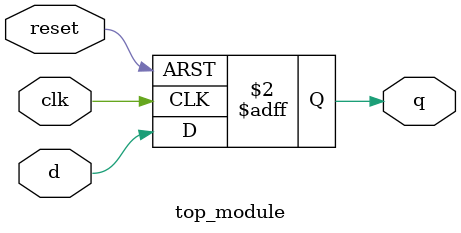
<source format=sv>
module top_module (
    input clk,
    input  d,
  	input reset ,
    output reg  q
);
   always@(posedge reset or posedge clk) begin
        if(reset)
            q<=1'b0;
        else
            q<=d;
    end
endmodule
</source>
